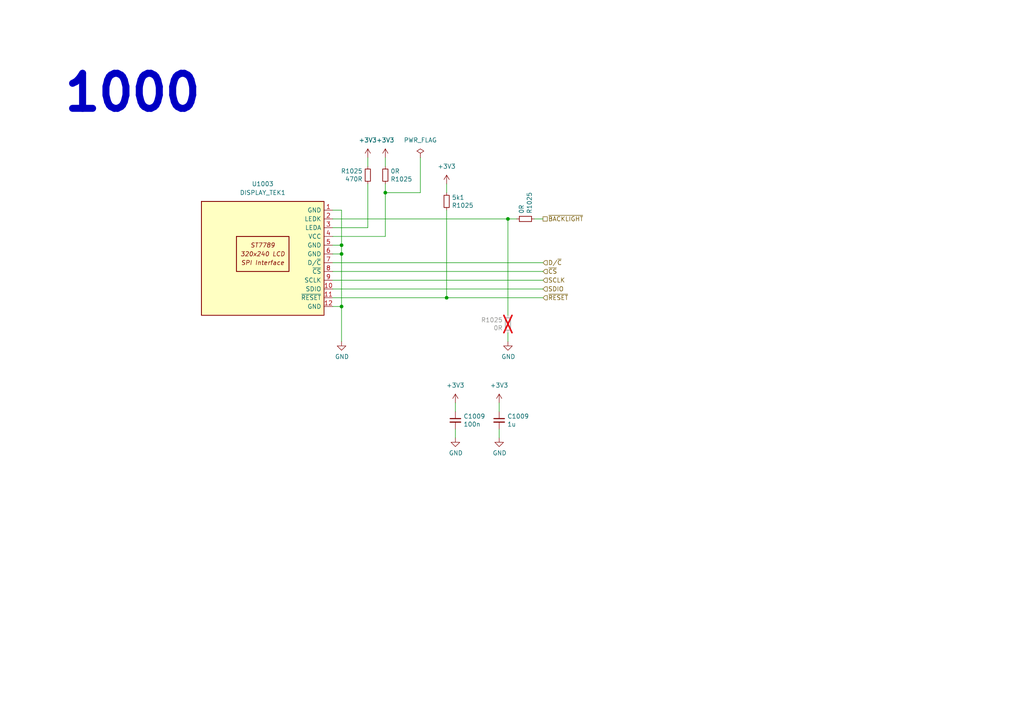
<source format=kicad_sch>
(kicad_sch (version 20230121) (generator eeschema)
  (paper "A4")
  (lib_symbols
    (symbol "power:+3V3" (power) (pin_names (offset 0))
      (property "Value" "+3V3" (at 0 3.556 0))
      (symbol "+3V3_0_1"
        (polyline (pts (xy -0.762 1.27) (xy 0 2.54)))
        (polyline (pts (xy 0 0) (xy 0 2.54)))
        (polyline (pts (xy 0 2.54) (xy 0.762 1.27)))
      )
      (symbol "+3V3_1_1"
        (pin power_in line (at 0 0 90) (length 0) hide (name "+3V3") (number "1"))
      )
    )
    (symbol "power:GND" (power) (pin_names (offset 0))
      (property "Value" "GND" (at 0 -3.81 0))
      (symbol "GND_0_1"
        (polyline (pts (xy 0 0) (xy 0 -1.27) (xy 1.27 -1.27) (xy 0 -2.54) (xy -1.27 -1.27) (xy 0 -1.27)))
      )
      (symbol "GND_1_1"
        (pin power_in line (at 0 0 270) (length 0) hide (name "GND") (number "1"))
      )
    )
    (symbol "power:PWR_FLAG" (power) (pin_numbers hide) (pin_names (offset 0) hide)
      (property "Value" "PWR_FLAG" (at 0 3.81 0))
      (symbol "PWR_FLAG_0_0"
        (pin power_out line (at 0 0 90) (length 0) (name "pwr") (number "1"))
      )
      (symbol "PWR_FLAG_0_1"
        (polyline (pts (xy 0 0) (xy 0 1.27) (xy -1.016 1.905) (xy 0 2.54) (xy 1.016 1.905) (xy 0 1.27)))
      )
    )
    (symbol "suku_basics:CAP" (pin_numbers hide) (pin_names (offset 0.254) hide)
      (property "Reference" "C" (at 0.254 1.778 0))
      (symbol "CAP_0_1"
        (polyline (pts (xy -1.524 -0.508) (xy 1.524 -0.508)) (stroke (width 0.3302)))
        (polyline (pts (xy -1.524 0.508) (xy 1.524 0.508)) (stroke (width 0.3048)))
      )
      (symbol "CAP_1_1"
        (pin passive line (at 0 2.54 270) (length 2.032) (name "~") (number "1"))
        (pin passive line (at 0 -2.54 90) (length 2.032) (name "~") (number "2"))
      )
    )
    (symbol "suku_basics:DISPLAY_TEK1" (pin_names (offset 0.762))
      (property "Reference" "U" (at -17.78 20.32 0))
      (property "Value" "DISPLAY_TEK1" (at -10.16 20.32 0))
      (symbol "DISPLAY_TEK1_0_0"
        (text "320x240 LCD" (at 0 0 0) (effects (font (size 1.27 1.27) italic)))
      )
      (symbol "DISPLAY_TEK1_0_1"
        (rectangle (start -17.78 15.24) (end 17.78 -17.78) (stroke (width 0.254)) (fill (type background)))
        (rectangle (start -7.62 5.08) (end 7.62 -5.08) (stroke (width 0.254)))
      )
      (symbol "DISPLAY_TEK1_1_0"
        (text "SPI Interface" (at 0 -2.54 0) (effects (font (size 1.27 1.27) italic)))
        (text "ST7789" (at 0 2.54 0) (effects (font (size 1.27 1.27) italic)))
      )
      (symbol "DISPLAY_TEK1_1_1"
        (pin power_in line (at 20.32 12.7 180) (length 2.54) (name "GND") (number "1"))
        (pin input line (at 20.32 -10.16 180) (length 2.54) (name "SDIO") (number "10"))
        (pin input line (at 20.32 -12.7 180) (length 2.54) (name "~{RESET}") (number "11"))
        (pin power_in line (at 20.32 -15.24 180) (length 2.54) (name "GND") (number "12"))
        (pin passive line (at 20.32 10.16 180) (length 2.54) (name "LEDK") (number "2"))
        (pin passive line (at 20.32 7.62 180) (length 2.54) (name "LEDA") (number "3"))
        (pin power_in line (at 20.32 5.08 180) (length 2.54) (name "VCC") (number "4"))
        (pin power_in line (at 20.32 2.54 180) (length 2.54) (name "GND") (number "5"))
        (pin power_in line (at 20.32 0 180) (length 2.54) (name "GND") (number "6"))
        (pin input line (at 20.32 -2.54 180) (length 2.54) (name "D/~{C}") (number "7"))
        (pin input line (at 20.32 -5.08 180) (length 2.54) (name "~{CS}") (number "8"))
        (pin input line (at 20.32 -7.62 180) (length 2.54) (name "SCLK") (number "9"))
      )
    )
    (symbol "suku_basics:RES" (pin_numbers hide) (pin_names (offset 0.254) hide)
      (property "Reference" "R" (at 0.762 0.508 0))
      (symbol "RES_1_1"
        (rectangle (start -0.762 1.778) (end 0.762 -1.778) (stroke (width 0.2032)))
        (pin passive line (at 0 2.54 270) (length 0.762) (name "~") (number "1"))
        (pin passive line (at 0 -2.54 90) (length 0.762) (name "~") (number "2"))
      )
    )
  )
  (junction (at 147.32 63.5))
  (junction (at 99.06 71.12))
  (junction (at 111.76 55.88))
  (junction (at 99.06 73.66))
  (junction (at 99.06 88.9))
  (junction (at 129.54 86.36))
  (wire (pts (xy 96.52 78.74) (xy 157.48 78.74)))
  (wire (pts (xy 96.52 63.5) (xy 147.32 63.5)))
  (wire (pts (xy 111.76 68.58) (xy 96.52 68.58)))
  (wire (pts (xy 121.92 45.72) (xy 121.92 55.88)))
  (wire (pts (xy 144.78 116.84) (xy 144.78 119.38)))
  (wire (pts (xy 132.08 124.46) (xy 132.08 127)))
  (wire (pts (xy 154.94 63.5) (xy 157.48 63.5)))
  (wire (pts (xy 106.68 45.72) (xy 106.68 48.26)))
  (wire (pts (xy 144.78 124.46) (xy 144.78 127)))
  (wire (pts (xy 99.06 60.96) (xy 96.52 60.96)))
  (wire (pts (xy 99.06 71.12) (xy 99.06 73.66)))
  (wire (pts (xy 129.54 53.34) (xy 129.54 55.88)))
  (wire (pts (xy 96.52 71.12) (xy 99.06 71.12)))
  (wire (pts (xy 99.06 60.96) (xy 99.06 71.12)))
  (wire (pts (xy 106.68 66.04) (xy 96.52 66.04)))
  (wire (pts (xy 147.32 63.5) (xy 149.86 63.5)))
  (wire (pts (xy 106.68 53.34) (xy 106.68 66.04)))
  (wire (pts (xy 96.52 73.66) (xy 99.06 73.66)))
  (wire (pts (xy 111.76 55.88) (xy 111.76 68.58)))
  (wire (pts (xy 147.32 96.52) (xy 147.32 99.06)))
  (wire (pts (xy 111.76 53.34) (xy 111.76 55.88)))
  (wire (pts (xy 132.08 116.84) (xy 132.08 119.38)))
  (wire (pts (xy 99.06 73.66) (xy 99.06 88.9)))
  (wire (pts (xy 111.76 45.72) (xy 111.76 48.26)))
  (wire (pts (xy 129.54 86.36) (xy 157.48 86.36)))
  (wire (pts (xy 147.32 63.5) (xy 147.32 91.44)))
  (wire (pts (xy 129.54 60.96) (xy 129.54 86.36)))
  (wire (pts (xy 96.52 76.2) (xy 157.48 76.2)))
  (wire (pts (xy 121.92 55.88) (xy 111.76 55.88)))
  (wire (pts (xy 99.06 99.06) (xy 99.06 88.9)))
  (wire (pts (xy 96.52 81.28) (xy 157.48 81.28)))
  (wire (pts (xy 96.52 83.82) (xy 157.48 83.82)))
  (wire (pts (xy 96.52 86.36) (xy 129.54 86.36)))
  (wire (pts (xy 99.06 88.9) (xy 96.52 88.9)))
  (text "1000" (at 17.78 33.02 0) (effects (font (size 10.16 10.16) (thickness 2.032) bold) (justify left bottom)))
  (hierarchical_label "D{slash}~{C}" (shape input) (at 157.48 76.2 0))
  (hierarchical_label "SCLK" (shape input) (at 157.48 81.28 0))
  (hierarchical_label "SDIO" (shape input) (at 157.48 83.82 0))
  (hierarchical_label "~{CS}" (shape input) (at 157.48 78.74 0))
  (hierarchical_label "~{RESET}" (shape input) (at 157.48 86.36 0))
  (hierarchical_label "~{BACKLIGHT}" (shape passive) (at 157.48 63.5 0))
  (symbol (lib_id "power:GND") (at 99.06 99.06 0) (unit 1)
    (property "Reference" "#PWR01011" (effects hide))
    (property "Value" "GND" (at 99.187 103.4542 0))
    (instances (project "PCBA-TEK1" (path "" (reference "#PWR01011") (unit 1)) (path "" (reference "#PWR01023") (unit 1)) (path "" (reference "#PWR01027") (unit 1))))
  )
  (symbol (lib_id "power:GND") (at 144.78 127 0) (unit 1)
    (property "Reference" "#PWR01011" (effects hide))
    (property "Value" "GND" (at 144.907 131.3942 0))
    (instances (project "PCBA-TEK1" (path "" (reference "#PWR01011") (unit 1)) (path "" (reference "#PWR01023") (unit 1)) (path "" (reference "#PWR01032") (unit 1))))
  )
  (symbol (lib_id "suku_basics:CAP") (at 132.08 121.92 0) (unit 1)
    (property "Reference" "C1009" (at 134.4168 120.7516 0) (effects (justify left)))
    (property "Value" "100n" (at 134.4168 123.063 0) (effects (justify left)))
    (property "Footprint" "suku_basics:CAP_0402" (effects hide))
    (instances (project "PCBA-TEK1" (path "" (reference "C1009") (unit 1)) (path "" (reference "C1018") (unit 1)) (path "" (reference "C1019") (unit 1))))
  )
  (symbol (lib_id "power:+3V3") (at 129.54 53.34 0) (unit 1)
    (property "Reference" "#PWR01010" (effects hide))
    (property "Value" "+3V3" (at 129.54 48.26 0))
    (instances (project "PCBA-TEK1" (path "" (reference "#PWR01010") (unit 1)) (path "" (reference "#PWR01022") (unit 1)) (path "" (reference "#PWR01042") (unit 1))))
  )
  (symbol (lib_id "suku_basics:RES") (at 147.32 93.98 0) (mirror y) (unit 1) (dnp yes)
    (property "Reference" "R1025" (at 145.8214 92.8116 0) (effects (justify left)))
    (property "Value" "0R" (at 145.8214 95.123 0) (effects (justify left)))
    (property "Footprint" "suku_basics:RES_0402" (effects hide))
    (instances (project "PCBA-TEK1" (path "" (reference "R1025") (unit 1)) (path "" (reference "R1020") (unit 1))))
  )
  (symbol (lib_id "suku_basics:CAP") (at 144.78 121.92 0) (unit 1)
    (property "Reference" "C1009" (at 147.1168 120.7516 0) (effects (justify left)))
    (property "Value" "1u" (at 147.1168 123.063 0) (effects (justify left)))
    (property "Footprint" "suku_basics:CAP_0402" (effects hide))
    (instances (project "PCBA-TEK1" (path "" (reference "C1009") (unit 1)) (path "" (reference "C1018") (unit 1)) (path "" (reference "C1020") (unit 1))))
  )
  (symbol (lib_id "power:+3V3") (at 111.76 45.72 0) (unit 1)
    (property "Reference" "#PWR01010" (effects hide))
    (property "Value" "+3V3" (at 111.76 40.64 0))
    (instances (project "PCBA-TEK1" (path "" (reference "#PWR01010") (unit 1)) (path "" (reference "#PWR01022") (unit 1)) (path "" (reference "#PWR01026") (unit 1))))
  )
  (symbol (lib_id "suku_basics:RES") (at 129.54 58.42 0) (mirror x) (unit 1)
    (property "Reference" "R1025" (at 131.0386 59.5884 0) (effects (justify left)))
    (property "Value" "5k1" (at 131.0386 57.277 0) (effects (justify left)))
    (property "Footprint" "suku_basics:RES_0402" (effects hide))
    (instances (project "PCBA-TEK1" (path "" (reference "R1025") (unit 1)) (path "" (reference "R1026") (unit 1))))
  )
  (symbol (lib_id "suku_basics:RES") (at 152.4 63.5 270) (mirror x) (unit 1)
    (property "Reference" "R1025" (at 153.5684 62.0014 0) (effects (justify left)))
    (property "Value" "0R" (at 151.257 62.0014 0) (effects (justify left)))
    (property "Footprint" "suku_basics:RES_0402" (effects hide))
    (instances (project "PCBA-TEK1" (path "" (reference "R1025") (unit 1)) (path "" (reference "R1019") (unit 1))))
  )
  (symbol (lib_id "power:GND") (at 132.08 127 0) (unit 1)
    (property "Reference" "#PWR01011" (effects hide))
    (property "Value" "GND" (at 132.207 131.3942 0))
    (instances (project "PCBA-TEK1" (path "" (reference "#PWR01011") (unit 1)) (path "" (reference "#PWR01023") (unit 1)) (path "" (reference "#PWR01031") (unit 1))))
  )
  (symbol (lib_id "suku_basics:RES") (at 106.68 50.8 0) (mirror y) (unit 1)
    (property "Reference" "R1025" (at 105.1814 49.6316 0) (effects (justify left)))
    (property "Value" "470R" (at 105.1814 51.943 0) (effects (justify left)))
    (property "Footprint" "suku_basics:RES_0402" (effects hide))
    (instances (project "PCBA-TEK1" (path "" (reference "R1025") (unit 1)) (path "" (reference "R1017") (unit 1))))
  )
  (symbol (lib_id "power:GND") (at 147.32 99.06 0) (unit 1)
    (property "Reference" "#PWR01011" (effects hide))
    (property "Value" "GND" (at 147.447 103.4542 0))
    (instances (project "PCBA-TEK1" (path "" (reference "#PWR01011") (unit 1)) (path "" (reference "#PWR01023") (unit 1)) (path "" (reference "#PWR01028") (unit 1))))
  )
  (symbol (lib_id "power:+3V3") (at 106.68 45.72 0) (unit 1)
    (property "Reference" "#PWR01010" (effects hide))
    (property "Value" "+3V3" (at 106.68 40.64 0))
    (instances (project "PCBA-TEK1" (path "" (reference "#PWR01010") (unit 1)) (path "" (reference "#PWR01022") (unit 1)) (path "" (reference "#PWR01025") (unit 1))))
  )
  (symbol (lib_id "power:+3V3") (at 132.08 116.84 0) (unit 1)
    (property "Reference" "#PWR01010" (effects hide))
    (property "Value" "+3V3" (at 132.08 111.76 0))
    (instances (project "PCBA-TEK1" (path "" (reference "#PWR01010") (unit 1)) (path "" (reference "#PWR01022") (unit 1)) (path "" (reference "#PWR01029") (unit 1))))
  )
  (symbol (lib_id "power:+3V3") (at 144.78 116.84 0) (unit 1)
    (property "Reference" "#PWR01010" (effects hide))
    (property "Value" "+3V3" (at 144.78 111.76 0))
    (instances (project "PCBA-TEK1" (path "" (reference "#PWR01010") (unit 1)) (path "" (reference "#PWR01022") (unit 1)) (path "" (reference "#PWR01030") (unit 1))))
  )
  (symbol (lib_id "suku_basics:DISPLAY_TEK1") (at 76.2 73.66 0) (unit 1)
    (property "Reference" "U1003" (at 76.2 53.34 0))
    (property "Value" "DISPLAY_TEK1" (at 76.2 55.88 0))
    (property "Footprint" "suku_basics:Display_TEK1" (effects hide))
    (property "Datasheet" "https://www.buydisplay.com/2-inch-ips-tft-lcd-display-ips-panel-screen-240x320-for-smart-watch" (effects hide))
  )
  (symbol (lib_id "suku_basics:RES") (at 111.76 50.8 0) (mirror x) (unit 1)
    (property "Reference" "R1025" (at 113.2586 51.9684 0) (effects (justify left)))
    (property "Value" "0R" (at 113.2586 49.657 0) (effects (justify left)))
    (property "Footprint" "suku_basics:RES_0402" (effects hide))
    (instances (project "PCBA-TEK1" (path "" (reference "R1025") (unit 1)) (path "" (reference "R1018") (unit 1))))
  )
  (symbol (lib_id "power:PWR_FLAG") (at 121.92 45.72 0) (unit 1)
    (property "Reference" "#FLG01001" (effects hide))
    (property "Value" "PWR_FLAG" (at 121.92 40.64 0))
  )
)
</source>
